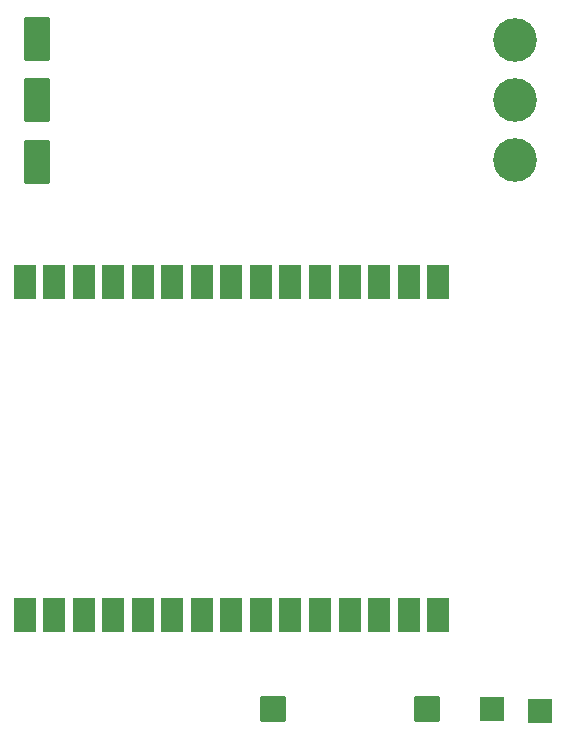
<source format=gts>
G04 Layer: TopSolderMaskLayer*
G04 EasyEDA v6.5.23, 2023-05-29 03:48:35*
G04 b1c44b26816341a292666476a3caf7de,51573694c6ad4d119dcc01f1d09fdc26,10*
G04 Gerber Generator version 0.2*
G04 Scale: 100 percent, Rotated: No, Reflected: No *
G04 Dimensions in millimeters *
G04 leading zeros omitted , absolute positions ,4 integer and 5 decimal *
%FSLAX45Y45*%
%MOMM*%

%AMMACRO1*1,1,$1,$2,$3*1,1,$1,$4,$5*1,1,$1,0-$2,0-$3*1,1,$1,0-$4,0-$5*20,1,$1,$2,$3,$4,$5,0*20,1,$1,$4,$5,0-$2,0-$3,0*20,1,$1,0-$2,0-$3,0-$4,0-$5,0*20,1,$1,0-$4,0-$5,$2,$3,0*4,1,4,$2,$3,$4,$5,0-$2,0-$3,0-$4,0-$5,$2,$3,0*%
%ADD10MACRO1,0.2032X-1X1X1X1*%
%ADD11MACRO1,0.1016X-1X1X1X1*%
%ADD12MACRO1,0.1016X-0.9X-1.4X-0.9X1.4*%
%ADD13R,1.9016X2.9016*%
%ADD14C,3.7032*%
%ADD15MACRO1,0.2032X1X1.75X1X-1.75*%

%LPD*%
D10*
G01*
X11008588Y495300D03*
G01*
X12308611Y495300D03*
D11*
G01*
X12865100Y495300D03*
G01*
X13271500Y482600D03*
D12*
G01*
X8905290Y1295095D03*
D13*
G01*
X9155277Y1295095D03*
D12*
G01*
X9405289Y1295095D03*
G01*
X9655276Y1295095D03*
G01*
X9905288Y1295095D03*
G01*
X10155301Y1295095D03*
G01*
X10405287Y1295095D03*
G01*
X10655300Y1295095D03*
G01*
X10905286Y1295095D03*
G01*
X11155299Y1295095D03*
G01*
X11405285Y1295095D03*
G01*
X11655297Y1295095D03*
G01*
X11905284Y1295095D03*
G01*
X12155296Y1295095D03*
G01*
X12405283Y1295095D03*
G01*
X8905290Y4115104D03*
G01*
X9155277Y4115104D03*
G01*
X9405289Y4115104D03*
G01*
X9655276Y4115104D03*
G01*
X9905288Y4115104D03*
G01*
X10155301Y4115104D03*
G01*
X10405287Y4115104D03*
G01*
X10655300Y4115104D03*
G01*
X10905286Y4115104D03*
G01*
X11155299Y4115104D03*
G01*
X11405285Y4115104D03*
G01*
X11655297Y4115104D03*
G01*
X11905284Y4115104D03*
G01*
X12155296Y4115104D03*
G01*
X12405283Y4115104D03*
D14*
G01*
X13055600Y5143500D03*
G01*
X13055600Y5651500D03*
G01*
X13055600Y6159500D03*
D15*
G01*
X9010650Y6172201D03*
G01*
X9010650Y5651501D03*
G01*
X9010650Y5130801D03*
M02*

</source>
